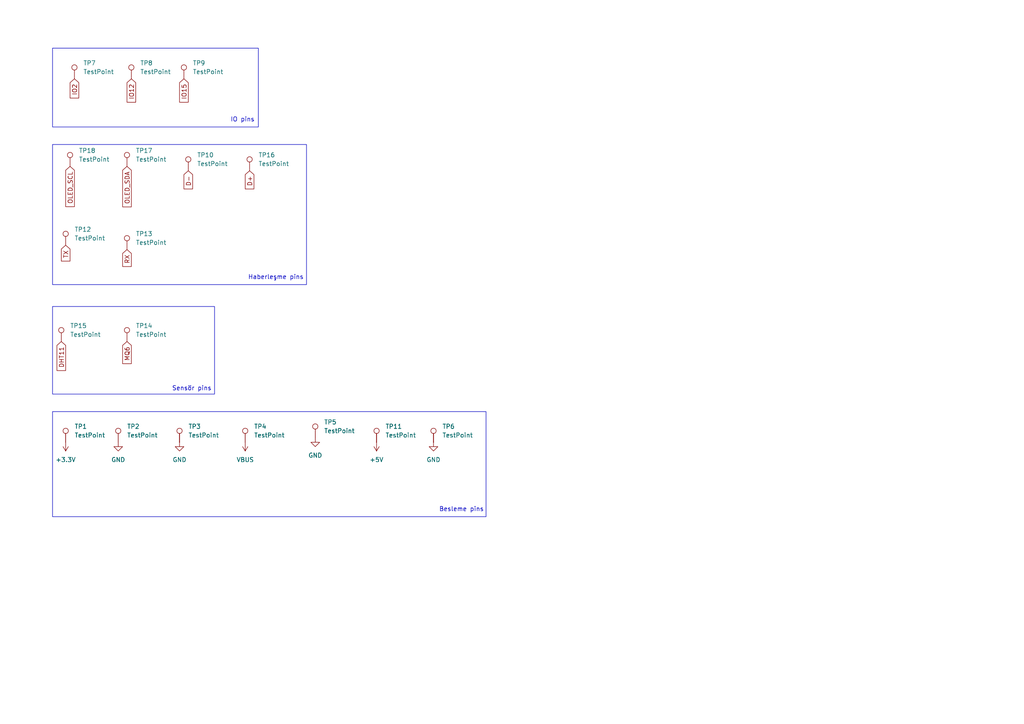
<source format=kicad_sch>
(kicad_sch (version 20250114) (generator "eeschema") (generator_version "9.0")
  (paper "A4")
  (lib_symbols
    (symbol "Connector:TestPoint" (pin_numbers (hide yes)) (pin_names (offset 0.762) (hide yes))
      (property "Reference" "TP" (at 0 6.858 0))
      (property "Value" "TestPoint" (at 0 5.08 0))
      (symbol "TestPoint_0_1"
        (circle (center 0 3.302) (radius 0.762))
      )
      (symbol "TestPoint_1_1"
        (pin passive line (at 0 0 90) (length 2.54) (name "1") (number "1"))
      )
    )
    (symbol "power:+3.3V" (power) (pin_numbers (hide yes)) (pin_names (offset 0) (hide yes))
      (property "Value" "+3.3V" (at 0 3.556 0))
      (symbol "+3.3V_0_1"
        (polyline (pts (xy -0.762 1.27) (xy 0 2.54)))
        (polyline (pts (xy 0 2.54) (xy 0.762 1.27)))
        (polyline (pts (xy 0 0) (xy 0 2.54)))
      )
      (symbol "+3.3V_1_1"
        (pin power_in line (at 0 0 90) (length 0) (name "~") (number "1"))
      )
    )
    (symbol "power:+5V" (power) (pin_numbers (hide yes)) (pin_names (offset 0) (hide yes))
      (property "Value" "+5V" (at 0 3.556 0))
      (symbol "+5V_0_1"
        (polyline (pts (xy -0.762 1.27) (xy 0 2.54)))
        (polyline (pts (xy 0 2.54) (xy 0.762 1.27)))
        (polyline (pts (xy 0 0) (xy 0 2.54)))
      )
      (symbol "+5V_1_1"
        (pin power_in line (at 0 0 90) (length 0) (name "~") (number "1"))
      )
    )
    (symbol "power:GND" (power) (pin_numbers (hide yes)) (pin_names (offset 0) (hide yes))
      (property "Value" "GND" (at 0 -3.81 0))
      (symbol "GND_0_1"
        (polyline (pts (xy 0 0) (xy 0 -1.27) (xy 1.27 -1.27) (xy 0 -2.54) (xy -1.27 -1.27) (xy 0 -1.27)))
      )
      (symbol "GND_1_1"
        (pin power_in line (at 0 0 270) (length 0) (name "~") (number "1"))
      )
    )
    (symbol "power:VBUS" (power) (pin_numbers (hide yes)) (pin_names (offset 0) (hide yes))
      (property "Value" "VBUS" (at 0 3.556 0))
      (symbol "VBUS_0_1"
        (polyline (pts (xy -0.762 1.27) (xy 0 2.54)))
        (polyline (pts (xy 0 2.54) (xy 0.762 1.27)))
        (polyline (pts (xy 0 0) (xy 0 2.54)))
      )
      (symbol "VBUS_1_1"
        (pin power_in line (at 0 0 90) (length 0) (name "~") (number "1"))
      )
    )
  )
  (rectangle (start 15.24 119.38) (end 140.97 149.86))
  (rectangle (start 15.24 13.97) (end 74.93 36.83))
  (rectangle (start 15.24 88.9) (end 62.23 114.3))
  (rectangle (start 15.24 41.91) (end 88.9 82.55))
  (text "IO pins" (at 70.358 34.798 0) (effects (font (size 1.27 1.27))))
  (text "Besleme pins" (at 133.858 147.828 0) (effects (font (size 1.27 1.27))))
  (text "Haberleşme pins" (at 80.01 80.518 0) (effects (font (size 1.27 1.27))))
  (text "Sensör pins" (at 55.626 112.776 0) (effects (font (size 1.27 1.27))))
  (global_label "IO15" (shape input) (at 53.34 22.86 270) (property "Intersheetrefs" "${INTERSHEET_REFS}" (effects (hide yes))))
  (global_label "RX" (shape input) (at 36.83 72.39 270) (property "Intersheetrefs" "${INTERSHEET_REFS}" (effects (hide yes))))
  (global_label "IO2" (shape input) (at 21.59 22.86 270) (property "Intersheetrefs" "${INTERSHEET_REFS}" (effects (hide yes))))
  (global_label "IO12" (shape input) (at 38.1 22.86 270) (property "Intersheetrefs" "${INTERSHEET_REFS}" (effects (hide yes))))
  (global_label "TX" (shape input) (at 19.05 71.12 270) (property "Intersheetrefs" "${INTERSHEET_REFS}" (effects (hide yes))))
  (global_label "OLED_SDA" (shape input) (at 36.83 48.26 270) (property "Intersheetrefs" "${INTERSHEET_REFS}" (effects (hide yes))))
  (global_label "D-" (shape input) (at 54.61 49.53 270) (property "Intersheetrefs" "${INTERSHEET_REFS}" (effects (hide yes))))
  (global_label "DHT11" (shape input) (at 17.78 99.06 270) (property "Intersheetrefs" "${INTERSHEET_REFS}" (effects (hide yes))))
  (global_label "OLED_SCL" (shape input) (at 20.32 48.26 270) (property "Intersheetrefs" "${INTERSHEET_REFS}" (effects (hide yes))))
  (global_label "MQ6" (shape input) (at 36.83 99.06 270) (property "Intersheetrefs" "${INTERSHEET_REFS}" (effects (hide yes))))
  (global_label "D+" (shape input) (at 72.39 49.53 270) (property "Intersheetrefs" "${INTERSHEET_REFS}" (effects (hide yes))))
  (symbol (lib_id "power:VBUS") (at 71.12 128.27 180) (unit 1)
    (property "Reference" "#PWR048" (effects (hide yes)))
    (property "Value" "VBUS" (at 71.12 133.35 0))
    (property "Description" "Power symbol creates a global label with name \"VBUS\"" (effects (hide yes)))
  )
  (symbol (lib_id "power:+5V") (at 109.22 128.27 180) (unit 1)
    (property "Reference" "#PWR051" (effects (hide yes)))
    (property "Value" "+5V" (at 109.22 133.35 0))
    (property "Description" "Power symbol creates a global label with name \"+5V\"" (effects (hide yes)))
  )
  (symbol (lib_id "Connector:TestPoint") (at 36.83 48.26 0) (unit 1)
    (property "Reference" "TP17" (at 39.37 43.6879 0) (effects (justify left)))
    (property "Value" "TestPoint" (at 39.37 46.2279 0) (effects (justify left)))
    (property "Footprint" "TestPoint:TestPoint_Pad_1.0x1.0mm" (effects (hide yes)))
    (property "Description" "test point" (effects (hide yes)))
  )
  (symbol (lib_id "Connector:TestPoint") (at 20.32 48.26 0) (unit 1)
    (property "Reference" "TP18" (at 22.86 43.6879 0) (effects (justify left)))
    (property "Value" "TestPoint" (at 22.86 46.2279 0) (effects (justify left)))
    (property "Footprint" "TestPoint:TestPoint_Pad_1.0x1.0mm" (effects (hide yes)))
    (property "Description" "test point" (effects (hide yes)))
  )
  (symbol (lib_id "Connector:TestPoint") (at 21.59 22.86 0) (unit 1)
    (property "Reference" "TP7" (at 24.13 18.2879 0) (effects (justify left)))
    (property "Value" "TestPoint" (at 24.13 20.8279 0) (effects (justify left)))
    (property "Footprint" "TestPoint:TestPoint_Pad_1.0x1.0mm" (effects (hide yes)))
    (property "Description" "test point" (effects (hide yes)))
  )
  (symbol (lib_id "power:GND") (at 34.29 128.27 0) (unit 1)
    (property "Reference" "#PWR050" (effects (hide yes)))
    (property "Value" "GND" (at 34.29 133.35 0))
    (property "Description" "Power symbol creates a global label with name \"GND\" , ground" (effects (hide yes)))
  )
  (symbol (lib_id "power:+3.3V") (at 19.05 128.27 180) (unit 1)
    (property "Reference" "#PWR049" (effects (hide yes)))
    (property "Value" "+3.3V" (at 19.05 133.35 0))
    (property "Description" "Power symbol creates a global label with name \"+3.3V\"" (effects (hide yes)))
  )
  (symbol (lib_id "Connector:TestPoint") (at 17.78 99.06 0) (unit 1)
    (property "Reference" "TP15" (at 20.32 94.4879 0) (effects (justify left)))
    (property "Value" "TestPoint" (at 20.32 97.0279 0) (effects (justify left)))
    (property "Footprint" "TestPoint:TestPoint_Pad_1.0x1.0mm" (effects (hide yes)))
    (property "Description" "test point" (effects (hide yes)))
  )
  (symbol (lib_id "Connector:TestPoint") (at 34.29 128.27 0) (unit 1)
    (property "Reference" "TP2" (at 36.83 123.6979 0) (effects (justify left)))
    (property "Value" "TestPoint" (at 36.83 126.2379 0) (effects (justify left)))
    (property "Footprint" "TestPoint:TestPoint_Pad_1.0x1.0mm" (effects (hide yes)))
    (property "Description" "test point" (effects (hide yes)))
  )
  (symbol (lib_id "Connector:TestPoint") (at 36.83 72.39 0) (unit 1)
    (property "Reference" "TP13" (at 39.37 67.8179 0) (effects (justify left)))
    (property "Value" "TestPoint" (at 39.37 70.3579 0) (effects (justify left)))
    (property "Footprint" "TestPoint:TestPoint_Pad_1.0x1.0mm" (effects (hide yes)))
    (property "Description" "test point" (effects (hide yes)))
  )
  (symbol (lib_id "Connector:TestPoint") (at 38.1 22.86 0) (unit 1)
    (property "Reference" "TP8" (at 40.64 18.2879 0) (effects (justify left)))
    (property "Value" "TestPoint" (at 40.64 20.8279 0) (effects (justify left)))
    (property "Footprint" "TestPoint:TestPoint_Pad_1.0x1.0mm" (effects (hide yes)))
    (property "Description" "test point" (effects (hide yes)))
  )
  (symbol (lib_id "Connector:TestPoint") (at 19.05 71.12 0) (unit 1)
    (property "Reference" "TP12" (at 21.59 66.5479 0) (effects (justify left)))
    (property "Value" "TestPoint" (at 21.59 69.0879 0) (effects (justify left)))
    (property "Footprint" "TestPoint:TestPoint_Pad_1.0x1.0mm" (effects (hide yes)))
    (property "Description" "test point" (effects (hide yes)))
  )
  (symbol (lib_id "power:GND") (at 52.07 128.27 0) (unit 1)
    (property "Reference" "#PWR053" (effects (hide yes)))
    (property "Value" "GND" (at 52.07 133.35 0))
    (property "Description" "Power symbol creates a global label with name \"GND\" , ground" (effects (hide yes)))
  )
  (symbol (lib_id "Connector:TestPoint") (at 36.83 99.06 0) (unit 1)
    (property "Reference" "TP14" (at 39.37 94.4879 0) (effects (justify left)))
    (property "Value" "TestPoint" (at 39.37 97.0279 0) (effects (justify left)))
    (property "Footprint" "TestPoint:TestPoint_Pad_1.0x1.0mm" (effects (hide yes)))
    (property "Description" "test point" (effects (hide yes)))
  )
  (symbol (lib_id "Connector:TestPoint") (at 54.61 49.53 0) (unit 1)
    (property "Reference" "TP10" (at 57.15 44.9579 0) (effects (justify left)))
    (property "Value" "TestPoint" (at 57.15 47.4979 0) (effects (justify left)))
    (property "Footprint" "TestPoint:TestPoint_Pad_1.0x1.0mm" (effects (hide yes)))
    (property "Description" "test point" (effects (hide yes)))
  )
  (symbol (lib_id "Connector:TestPoint") (at 125.73 128.27 0) (unit 1)
    (property "Reference" "TP6" (at 128.27 123.6979 0) (effects (justify left)))
    (property "Value" "TestPoint" (at 128.27 126.2379 0) (effects (justify left)))
    (property "Footprint" "TestPoint:TestPoint_Pad_1.0x1.0mm" (effects (hide yes)))
    (property "Description" "test point" (effects (hide yes)))
  )
  (symbol (lib_id "Connector:TestPoint") (at 53.34 22.86 0) (unit 1)
    (property "Reference" "TP9" (at 55.88 18.2879 0) (effects (justify left)))
    (property "Value" "TestPoint" (at 55.88 20.8279 0) (effects (justify left)))
    (property "Footprint" "TestPoint:TestPoint_Pad_1.0x1.0mm" (effects (hide yes)))
    (property "Description" "test point" (effects (hide yes)))
  )
  (symbol (lib_id "Connector:TestPoint") (at 52.07 128.27 0) (unit 1)
    (property "Reference" "TP3" (at 54.61 123.6979 0) (effects (justify left)))
    (property "Value" "TestPoint" (at 54.61 126.2379 0) (effects (justify left)))
    (property "Footprint" "TestPoint:TestPoint_Pad_1.0x1.0mm" (effects (hide yes)))
    (property "Description" "test point" (effects (hide yes)))
  )
  (symbol (lib_id "Connector:TestPoint") (at 72.39 49.53 0) (unit 1)
    (property "Reference" "TP16" (at 74.93 44.9579 0) (effects (justify left)))
    (property "Value" "TestPoint" (at 74.93 47.4979 0) (effects (justify left)))
    (property "Footprint" "TestPoint:TestPoint_Pad_1.0x1.0mm" (effects (hide yes)))
    (property "Description" "test point" (effects (hide yes)))
  )
  (symbol (lib_id "Connector:TestPoint") (at 109.22 128.27 0) (unit 1)
    (property "Reference" "TP11" (at 111.76 123.6979 0) (effects (justify left)))
    (property "Value" "TestPoint" (at 111.76 126.2379 0) (effects (justify left)))
    (property "Footprint" "TestPoint:TestPoint_Pad_1.0x1.0mm" (effects (hide yes)))
    (property "Description" "test point" (effects (hide yes)))
  )
  (symbol (lib_id "Connector:TestPoint") (at 91.44 127 0) (unit 1)
    (property "Reference" "TP5" (at 93.98 122.4279 0) (effects (justify left)))
    (property "Value" "TestPoint" (at 93.98 124.9679 0) (effects (justify left)))
    (property "Footprint" "TestPoint:TestPoint_Pad_1.0x1.0mm" (effects (hide yes)))
    (property "Description" "test point" (effects (hide yes)))
  )
  (symbol (lib_id "power:GND") (at 91.44 127 0) (unit 1)
    (property "Reference" "#PWR052" (effects (hide yes)))
    (property "Value" "GND" (at 91.44 132.08 0))
    (property "Description" "Power symbol creates a global label with name \"GND\" , ground" (effects (hide yes)))
  )
  (symbol (lib_id "Connector:TestPoint") (at 71.12 128.27 0) (unit 1)
    (property "Reference" "TP4" (at 73.66 123.6979 0) (effects (justify left)))
    (property "Value" "TestPoint" (at 73.66 126.2379 0) (effects (justify left)))
    (property "Footprint" "TestPoint:TestPoint_Pad_1.0x1.0mm" (effects (hide yes)))
    (property "Description" "test point" (effects (hide yes)))
  )
  (symbol (lib_id "power:GND") (at 125.73 128.27 0) (unit 1)
    (property "Reference" "#PWR054" (effects (hide yes)))
    (property "Value" "GND" (at 125.73 133.35 0))
    (property "Description" "Power symbol creates a global label with name \"GND\" , ground" (effects (hide yes)))
  )
  (symbol (lib_id "Connector:TestPoint") (at 19.05 128.27 0) (unit 1)
    (property "Reference" "TP1" (at 21.59 123.6979 0) (effects (justify left)))
    (property "Value" "TestPoint" (at 21.59 126.2379 0) (effects (justify left)))
    (property "Footprint" "TestPoint:TestPoint_Pad_1.0x1.0mm" (effects (hide yes)))
    (property "Description" "test point" (effects (hide yes)))
  )
)
</source>
